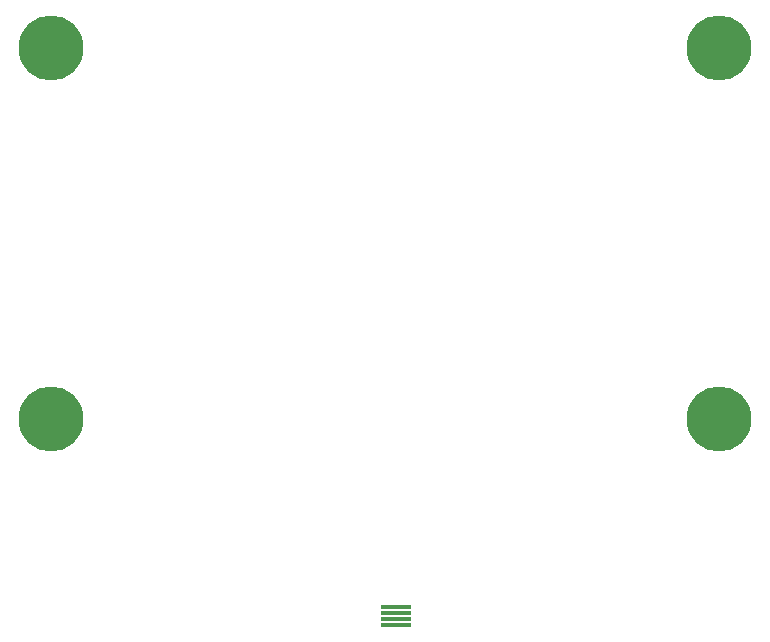
<source format=gbr>
%TF.GenerationSoftware,Altium Limited,Altium Designer,21.8.1 (53)*%
G04 Layer_Color=255*
%FSLAX45Y45*%
%MOMM*%
%TF.SameCoordinates,9CAB6441-B9E9-44DD-A1F1-36E89FF17874*%
%TF.FilePolarity,Positive*%
%TF.FileFunction,Pads,Top*%
%TF.Part,Single*%
G01*
G75*
%TA.AperFunction,SMDPad,CuDef*%
%ADD12R,2.50000X0.30000*%
%TA.AperFunction,ComponentPad*%
%ADD14C,5.50000*%
D12*
X2926047Y-1746520D02*
D03*
Y-1696520D02*
D03*
Y-1646520D02*
D03*
Y-1596520D02*
D03*
D14*
X0Y1000D02*
D03*
Y3139700D02*
D03*
X5656500Y1000D02*
D03*
Y3139700D02*
D03*
%TF.MD5,07370ae187e15c415a3efdf9f8c261a0*%
M02*

</source>
